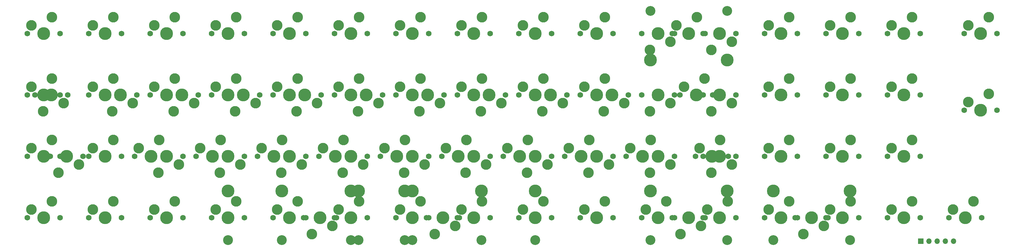
<source format=gts>
G04 #@! TF.GenerationSoftware,KiCad,Pcbnew,8.0.3-1.fc39*
G04 #@! TF.CreationDate,2024-06-26T19:17:31-04:00*
G04 #@! TF.ProjectId,Q9-Chimera,51392d43-6869-46d6-9572-612e6b696361,rev?*
G04 #@! TF.SameCoordinates,Original*
G04 #@! TF.FileFunction,Soldermask,Top*
G04 #@! TF.FilePolarity,Negative*
%FSLAX46Y46*%
G04 Gerber Fmt 4.6, Leading zero omitted, Abs format (unit mm)*
G04 Created by KiCad (PCBNEW 8.0.3-1.fc39) date 2024-06-26 19:17:31*
%MOMM*%
%LPD*%
G01*
G04 APERTURE LIST*
%ADD10C,3.048000*%
%ADD11C,3.987800*%
%ADD12C,1.750000*%
%ADD13C,3.300000*%
%ADD14R,1.700000X1.700000*%
%ADD15O,1.700000X1.700000*%
G04 APERTURE END LIST*
D10*
G04 #@! TO.C,S2*
X161131250Y-89535000D03*
D11*
X161131250Y-74295000D03*
D10*
X137318750Y-89535000D03*
D11*
X137318750Y-74295000D03*
G04 #@! TD*
D10*
G04 #@! TO.C,S5*
X120650000Y-89535000D03*
D11*
X120650000Y-74295000D03*
D10*
X82550000Y-89535000D03*
D11*
X82550000Y-74295000D03*
G04 #@! TD*
D10*
G04 #@! TO.C,S3*
X237331250Y-89535000D03*
D11*
X237331250Y-74295000D03*
D10*
X213518750Y-89535000D03*
D11*
X213518750Y-74295000D03*
G04 #@! TD*
G04 #@! TO.C,S7*
X213518573Y-33654992D03*
D10*
X213518574Y-18414992D03*
X237331074Y-18414992D03*
D11*
X237331075Y-33654992D03*
G04 #@! TD*
D10*
G04 #@! TO.C,S4*
X275431042Y-89535000D03*
D11*
X275431042Y-74295000D03*
D10*
X251618542Y-89535000D03*
D11*
X251618542Y-74295000D03*
G04 #@! TD*
D10*
G04 #@! TO.C,S6*
X177800000Y-89535000D03*
D11*
X177800000Y-74295000D03*
D10*
X139700000Y-89535000D03*
D11*
X139700000Y-74295000D03*
G04 #@! TD*
D10*
G04 #@! TO.C,S1*
X123031250Y-89535000D03*
D11*
X123031250Y-74295000D03*
D10*
X99218750Y-89535000D03*
D11*
X99218750Y-74295000D03*
G04 #@! TD*
D12*
G04 #@! TO.C,MX9*
X182880000Y-25400000D03*
D11*
X177800000Y-25400000D03*
D12*
X172720000Y-25400000D03*
D13*
X173990000Y-22860000D03*
X180340000Y-20320000D03*
G04 #@! TD*
D12*
G04 #@! TO.C,MX20*
X87630000Y-44450000D03*
D11*
X82550000Y-44450000D03*
D12*
X77470000Y-44450000D03*
D13*
X78740000Y-41910000D03*
X85090000Y-39370000D03*
G04 #@! TD*
D12*
G04 #@! TO.C,MX90*
X237648568Y-63500000D03*
D11*
X232568568Y-63500000D03*
D12*
X227488568Y-63500000D03*
D13*
X228758568Y-60960000D03*
X235108568Y-58420000D03*
G04 #@! TD*
D12*
G04 #@! TO.C,MX49*
X49529999Y-82550000D03*
D11*
X44450000Y-82550000D03*
D12*
X39370001Y-82550000D03*
D13*
X40640000Y-80010000D03*
X46990000Y-77470000D03*
G04 #@! TD*
D12*
G04 #@! TO.C,MX36*
X77470001Y-63500000D03*
D11*
X82550000Y-63500000D03*
D12*
X87629999Y-63500000D03*
D13*
X80010000Y-68580000D03*
X86360000Y-66040000D03*
G04 #@! TD*
D12*
G04 #@! TO.C,MX16*
X320992500Y-25400000D03*
D11*
X315912500Y-25400000D03*
D12*
X310832500Y-25400000D03*
D13*
X312102500Y-22860000D03*
X318452500Y-20320000D03*
G04 #@! TD*
D12*
G04 #@! TO.C,MX5*
X106680000Y-25400000D03*
D11*
X101600000Y-25400000D03*
D12*
X96520000Y-25400000D03*
D13*
X97790000Y-22860000D03*
X104140000Y-20320000D03*
G04 #@! TD*
D12*
G04 #@! TO.C,MX37*
X96520001Y-63500000D03*
D11*
X101600000Y-63500000D03*
D12*
X106679999Y-63500000D03*
D13*
X99060000Y-68580000D03*
X105410000Y-66040000D03*
G04 #@! TD*
D12*
G04 #@! TO.C,MX82*
X82867448Y-63500000D03*
D11*
X77787448Y-63500000D03*
D12*
X72707448Y-63500000D03*
D13*
X73977448Y-60960000D03*
X80327448Y-58420000D03*
G04 #@! TD*
D12*
G04 #@! TO.C,MX44*
X229870001Y-63500000D03*
D11*
X234950000Y-63500000D03*
D12*
X240029999Y-63500000D03*
D13*
X232410000Y-68580000D03*
X238760000Y-66040000D03*
G04 #@! TD*
D12*
G04 #@! TO.C,MX30*
X278130000Y-44450000D03*
D11*
X273050000Y-44450000D03*
D12*
X267970000Y-44450000D03*
D13*
X269240000Y-41910000D03*
X275590000Y-39370000D03*
G04 #@! TD*
D12*
G04 #@! TO.C,MX52*
X106680000Y-82550000D03*
D11*
X101600000Y-82550000D03*
D12*
X96520000Y-82550000D03*
D13*
X97790000Y-80010000D03*
X104140000Y-77470000D03*
G04 #@! TD*
D12*
G04 #@! TO.C,MX50*
X68579999Y-82550000D03*
D11*
X63500000Y-82550000D03*
D12*
X58420001Y-82550000D03*
D13*
X59690000Y-80010000D03*
X66040000Y-77470000D03*
G04 #@! TD*
D12*
G04 #@! TO.C,MX83*
X101917432Y-63500000D03*
D11*
X96837432Y-63500000D03*
D12*
X91757432Y-63500000D03*
D13*
X93027432Y-60960000D03*
X99377432Y-58420000D03*
G04 #@! TD*
D12*
G04 #@! TO.C,MX74*
X120332409Y-44450000D03*
D11*
X125412408Y-44450000D03*
D12*
X130492407Y-44450000D03*
D13*
X122872408Y-49530000D03*
X129222408Y-46990000D03*
G04 #@! TD*
D12*
G04 #@! TO.C,MX47*
X297180000Y-63500000D03*
D11*
X292100000Y-63500000D03*
D12*
X287020000Y-63500000D03*
D13*
X288290000Y-60960000D03*
X294640000Y-58420000D03*
G04 #@! TD*
D12*
G04 #@! TO.C,MX73*
X101282425Y-44450000D03*
D11*
X106362424Y-44450000D03*
D12*
X111442423Y-44450000D03*
D13*
X103822424Y-49530000D03*
X110172424Y-46990000D03*
G04 #@! TD*
D12*
G04 #@! TO.C,MX1*
X30480000Y-25400000D03*
D11*
X25400000Y-25400000D03*
D12*
X20320000Y-25400000D03*
D13*
X21590000Y-22860000D03*
X27940000Y-20320000D03*
G04 #@! TD*
D12*
G04 #@! TO.C,MX65*
X316230000Y-82550000D03*
D11*
X311150000Y-82550000D03*
D12*
X306070000Y-82550000D03*
D13*
X307340000Y-80010000D03*
X313690000Y-77470000D03*
G04 #@! TD*
D12*
G04 #@! TO.C,MX84*
X120967416Y-63500000D03*
D11*
X115887416Y-63500000D03*
D12*
X110807416Y-63500000D03*
D13*
X112077416Y-60960000D03*
X118427416Y-58420000D03*
G04 #@! TD*
D12*
G04 #@! TO.C,MX28*
X229870001Y-44450000D03*
D11*
X234950000Y-44450000D03*
D12*
X240029999Y-44450000D03*
D13*
X238760000Y-46990000D03*
X232410000Y-49530000D03*
G04 #@! TD*
D12*
G04 #@! TO.C,MX67*
X258444792Y-82550000D03*
D11*
X263524792Y-82550000D03*
D12*
X268604792Y-82550000D03*
D13*
X267334792Y-85090000D03*
X260984792Y-87630000D03*
G04 #@! TD*
D12*
G04 #@! TO.C,MX71*
X63182457Y-44450000D03*
D11*
X68262456Y-44450000D03*
D12*
X73342455Y-44450000D03*
D13*
X65722456Y-49530000D03*
X72072456Y-46990000D03*
G04 #@! TD*
D12*
G04 #@! TO.C,MX80*
X27463737Y-63500000D03*
D11*
X32543736Y-63500000D03*
D12*
X37623735Y-63500000D03*
D13*
X30003736Y-68580000D03*
X36353736Y-66040000D03*
G04 #@! TD*
D12*
G04 #@! TO.C,MX19*
X68580000Y-44450000D03*
D11*
X63500000Y-44450000D03*
D12*
X58420000Y-44450000D03*
D13*
X59690000Y-41910000D03*
X66040000Y-39370000D03*
G04 #@! TD*
D12*
G04 #@! TO.C,MX51*
X87629999Y-82550000D03*
D11*
X82550000Y-82550000D03*
D12*
X77470001Y-82550000D03*
D13*
X78740000Y-80010000D03*
X85090000Y-77470000D03*
G04 #@! TD*
D12*
G04 #@! TO.C,MX69*
X22701241Y-44450000D03*
D11*
X27781240Y-44450000D03*
D12*
X32861239Y-44450000D03*
D13*
X25241240Y-49530000D03*
X31591240Y-46990000D03*
G04 #@! TD*
D12*
G04 #@! TO.C,MX35*
X58420001Y-63500000D03*
D11*
X63500000Y-63500000D03*
D12*
X68579999Y-63500000D03*
D13*
X60960000Y-68580000D03*
X67310000Y-66040000D03*
G04 #@! TD*
D12*
G04 #@! TO.C,MX31*
X297180000Y-44450000D03*
D11*
X292100000Y-44450000D03*
D12*
X287020000Y-44450000D03*
D13*
X288290000Y-41910000D03*
X294640000Y-39370000D03*
G04 #@! TD*
D12*
G04 #@! TO.C,MX10*
X201930000Y-25400000D03*
D11*
X196850000Y-25400000D03*
D12*
X191770000Y-25400000D03*
D13*
X193040000Y-22860000D03*
X199390000Y-20320000D03*
G04 #@! TD*
D12*
G04 #@! TO.C,MX12*
X229870001Y-25400000D03*
D11*
X234950000Y-25400000D03*
D12*
X240029999Y-25400000D03*
D13*
X238760000Y-27940000D03*
X232410000Y-30480000D03*
G04 #@! TD*
D12*
G04 #@! TO.C,MX77*
X177482361Y-44450000D03*
D11*
X182562360Y-44450000D03*
D12*
X187642359Y-44450000D03*
D13*
X180022360Y-49530000D03*
X186372360Y-46990000D03*
G04 #@! TD*
D12*
G04 #@! TO.C,MX23*
X144780000Y-44450000D03*
D11*
X139700000Y-44450000D03*
D12*
X134620000Y-44450000D03*
D13*
X135890000Y-41910000D03*
X142240000Y-39370000D03*
G04 #@! TD*
D12*
G04 #@! TO.C,MX17*
X30480000Y-44450000D03*
D11*
X25400000Y-44450000D03*
D12*
X20320000Y-44450000D03*
D13*
X21590000Y-41910000D03*
X27940000Y-39370000D03*
G04 #@! TD*
D12*
G04 #@! TO.C,MX24*
X163830000Y-44450000D03*
D11*
X158750000Y-44450000D03*
D12*
X153670000Y-44450000D03*
D13*
X154940000Y-41910000D03*
X161290000Y-39370000D03*
G04 #@! TD*
D12*
G04 #@! TO.C,MX75*
X139382393Y-44450000D03*
D11*
X144462392Y-44450000D03*
D12*
X149542391Y-44450000D03*
D13*
X141922392Y-49530000D03*
X148272392Y-46990000D03*
G04 #@! TD*
D12*
G04 #@! TO.C,MX81*
X63817463Y-63500000D03*
D11*
X58737464Y-63500000D03*
D12*
X53657465Y-63500000D03*
D13*
X54927464Y-60960000D03*
X61277464Y-58420000D03*
G04 #@! TD*
D12*
G04 #@! TO.C,MX85*
X140017400Y-63500000D03*
D11*
X134937400Y-63500000D03*
D12*
X129857400Y-63500000D03*
D13*
X131127400Y-60960000D03*
X137477400Y-58420000D03*
G04 #@! TD*
D12*
G04 #@! TO.C,MX27*
X210820001Y-44450000D03*
D11*
X215900000Y-44450000D03*
D12*
X220979999Y-44450000D03*
D13*
X213360000Y-49530000D03*
X219710000Y-46990000D03*
G04 #@! TD*
D12*
G04 #@! TO.C,MX26*
X201930000Y-44450000D03*
D11*
X196850000Y-44450000D03*
D12*
X191770000Y-44450000D03*
D13*
X193040000Y-41910000D03*
X199390000Y-39370000D03*
G04 #@! TD*
D12*
G04 #@! TO.C,MX13*
X259080000Y-25400000D03*
D11*
X254000000Y-25400000D03*
D12*
X248920000Y-25400000D03*
D13*
X250190000Y-22860000D03*
X256540000Y-20320000D03*
G04 #@! TD*
D12*
G04 #@! TO.C,MX53*
X106045000Y-82550000D03*
D11*
X111125000Y-82550000D03*
D12*
X116205000Y-82550000D03*
D13*
X114935000Y-85090000D03*
X108585000Y-87630000D03*
G04 #@! TD*
D12*
G04 #@! TO.C,MX62*
X259080000Y-82550000D03*
D11*
X254000000Y-82550000D03*
D12*
X248920000Y-82550000D03*
D13*
X250190000Y-80010000D03*
X256540000Y-77470000D03*
G04 #@! TD*
D12*
G04 #@! TO.C,MX78*
X196532345Y-44450000D03*
D11*
X201612344Y-44450000D03*
D12*
X206692343Y-44450000D03*
D13*
X199072344Y-49530000D03*
X205422344Y-46990000D03*
G04 #@! TD*
D12*
G04 #@! TO.C,MX4*
X87630000Y-25400000D03*
D11*
X82550000Y-25400000D03*
D12*
X77470000Y-25400000D03*
D13*
X78740000Y-22860000D03*
X85090000Y-20320000D03*
G04 #@! TD*
D12*
G04 #@! TO.C,MX61*
X240030000Y-82550000D03*
D11*
X234950000Y-82550000D03*
D12*
X229870000Y-82550000D03*
D13*
X231140000Y-80010000D03*
X237490000Y-77470000D03*
G04 #@! TD*
D12*
G04 #@! TO.C,MX41*
X172720001Y-63500000D03*
D11*
X177800000Y-63500000D03*
D12*
X182879999Y-63500000D03*
D13*
X175260000Y-68580000D03*
X181610000Y-66040000D03*
G04 #@! TD*
D12*
G04 #@! TO.C,MX15*
X297180000Y-25400000D03*
D11*
X292100000Y-25400000D03*
D12*
X287020000Y-25400000D03*
D13*
X288290000Y-22860000D03*
X294640000Y-20320000D03*
G04 #@! TD*
D12*
G04 #@! TO.C,MX57*
X182880000Y-82550000D03*
D11*
X177800000Y-82550000D03*
D12*
X172720000Y-82550000D03*
D13*
X173990000Y-80010000D03*
X180340000Y-77470000D03*
G04 #@! TD*
D12*
G04 #@! TO.C,MX39*
X134620001Y-63500000D03*
D11*
X139700000Y-63500000D03*
D12*
X144779999Y-63500000D03*
D13*
X137160000Y-68580000D03*
X143510000Y-66040000D03*
G04 #@! TD*
D12*
G04 #@! TO.C,MX68*
X230504823Y-25399992D03*
D11*
X225424824Y-25399992D03*
D12*
X220344825Y-25399992D03*
D13*
X221614824Y-22859992D03*
X227964824Y-20319992D03*
G04 #@! TD*
D12*
G04 #@! TO.C,MX66*
X144145000Y-82550000D03*
D11*
X149225000Y-82550000D03*
D12*
X154305000Y-82550000D03*
D13*
X153035000Y-85090000D03*
X146685000Y-87630000D03*
G04 #@! TD*
D12*
G04 #@! TO.C,MX14*
X278130000Y-25400000D03*
D11*
X273050000Y-25400000D03*
D12*
X267970000Y-25400000D03*
D13*
X269240000Y-22860000D03*
X275590000Y-20320000D03*
G04 #@! TD*
D12*
G04 #@! TO.C,MX88*
X197167352Y-63500000D03*
D11*
X192087352Y-63500000D03*
D12*
X187007352Y-63500000D03*
D13*
X188277352Y-60960000D03*
X194627352Y-58420000D03*
G04 #@! TD*
D12*
G04 #@! TO.C,MX40*
X153670001Y-63500000D03*
D11*
X158750000Y-63500000D03*
D12*
X163829999Y-63500000D03*
D13*
X156210000Y-68580000D03*
X162560000Y-66040000D03*
G04 #@! TD*
D12*
G04 #@! TO.C,MX11*
X210820001Y-25400000D03*
D11*
X215900000Y-25400000D03*
D12*
X220979999Y-25400000D03*
D13*
X219710000Y-27940000D03*
X213360000Y-30480000D03*
G04 #@! TD*
D12*
G04 #@! TO.C,MX89*
X216217336Y-63500000D03*
D11*
X211137336Y-63500000D03*
D12*
X206057336Y-63500000D03*
D13*
X207327336Y-60960000D03*
X213677336Y-58420000D03*
G04 #@! TD*
D12*
G04 #@! TO.C,MX48*
X30479999Y-82550000D03*
D11*
X25400000Y-82550000D03*
D12*
X20320001Y-82550000D03*
D13*
X21590000Y-80010000D03*
X27940000Y-77470000D03*
G04 #@! TD*
D12*
G04 #@! TO.C,MX54*
X125730000Y-82550000D03*
D11*
X120650000Y-82550000D03*
D12*
X115570000Y-82550000D03*
D13*
X116840000Y-80010000D03*
X123190000Y-77470000D03*
G04 #@! TD*
D12*
G04 #@! TO.C,MX70*
X44132473Y-44450000D03*
D11*
X49212472Y-44450000D03*
D12*
X54292471Y-44450000D03*
D13*
X46672472Y-49530000D03*
X53022472Y-46990000D03*
G04 #@! TD*
D12*
G04 #@! TO.C,MX21*
X106680000Y-44450000D03*
D11*
X101600000Y-44450000D03*
D12*
X96520000Y-44450000D03*
D13*
X97790000Y-41910000D03*
X104140000Y-39370000D03*
G04 #@! TD*
D12*
G04 #@! TO.C,MX59*
X220980000Y-82550000D03*
D11*
X215900000Y-82550000D03*
D12*
X210820000Y-82550000D03*
D13*
X212090000Y-80010000D03*
X218440000Y-77470000D03*
G04 #@! TD*
D12*
G04 #@! TO.C,MX25*
X182880000Y-44450000D03*
D11*
X177800000Y-44450000D03*
D12*
X172720000Y-44450000D03*
D13*
X173990000Y-41910000D03*
X180340000Y-39370000D03*
G04 #@! TD*
D12*
G04 #@! TO.C,MX32*
X320992500Y-49212500D03*
D11*
X315912500Y-49212500D03*
D12*
X310832500Y-49212500D03*
D13*
X312102500Y-46672500D03*
X318452500Y-44132500D03*
G04 #@! TD*
D12*
G04 #@! TO.C,MX43*
X210820001Y-63500000D03*
D11*
X215900000Y-63500000D03*
D12*
X220979999Y-63500000D03*
D13*
X213360000Y-68580000D03*
X219710000Y-66040000D03*
G04 #@! TD*
D12*
G04 #@! TO.C,MX86*
X159067384Y-63500000D03*
D11*
X153987384Y-63500000D03*
D12*
X148907384Y-63500000D03*
D13*
X150177384Y-60960000D03*
X156527384Y-58420000D03*
G04 #@! TD*
D12*
G04 #@! TO.C,MX22*
X125730000Y-44450000D03*
D11*
X120650000Y-44450000D03*
D12*
X115570000Y-44450000D03*
D13*
X116840000Y-41910000D03*
X123190000Y-39370000D03*
G04 #@! TD*
D12*
G04 #@! TO.C,MX46*
X278129999Y-63500000D03*
D11*
X273050000Y-63500000D03*
D12*
X267970001Y-63500000D03*
D13*
X269240000Y-60960000D03*
X275590000Y-58420000D03*
G04 #@! TD*
D12*
G04 #@! TO.C,MX56*
X163830000Y-82550000D03*
D11*
X158750000Y-82550000D03*
D12*
X153670000Y-82550000D03*
D13*
X154940000Y-80010000D03*
X161290000Y-77470000D03*
G04 #@! TD*
D12*
G04 #@! TO.C,MX72*
X82232441Y-44450000D03*
D11*
X87312440Y-44450000D03*
D12*
X92392439Y-44450000D03*
D13*
X84772440Y-49530000D03*
X91122440Y-46990000D03*
G04 #@! TD*
D12*
G04 #@! TO.C,MX29*
X259080000Y-44450000D03*
D11*
X254000000Y-44450000D03*
D12*
X248920000Y-44450000D03*
D13*
X250190000Y-41910000D03*
X256540000Y-39370000D03*
G04 #@! TD*
D12*
G04 #@! TO.C,MX42*
X191770001Y-63500000D03*
D11*
X196850000Y-63500000D03*
D12*
X201929999Y-63500000D03*
D13*
X194310000Y-68580000D03*
X200660000Y-66040000D03*
G04 #@! TD*
D12*
G04 #@! TO.C,MX33*
X30480000Y-63500000D03*
D11*
X25400000Y-63500000D03*
D12*
X20320000Y-63500000D03*
D13*
X21590000Y-60960000D03*
X27940000Y-58420000D03*
G04 #@! TD*
D12*
G04 #@! TO.C,MX34*
X49530000Y-63500000D03*
D11*
X44450000Y-63500000D03*
D12*
X39370000Y-63500000D03*
D13*
X40640000Y-60960000D03*
X46990000Y-58420000D03*
G04 #@! TD*
D12*
G04 #@! TO.C,MX87*
X178117368Y-63500000D03*
D11*
X173037368Y-63500000D03*
D12*
X167957368Y-63500000D03*
D13*
X169227368Y-60960000D03*
X175577368Y-58420000D03*
G04 #@! TD*
D14*
G04 #@! TO.C,J3*
X297404280Y-89892112D03*
D15*
X299944280Y-89892112D03*
X302484280Y-89892112D03*
X305024280Y-89892112D03*
X307564280Y-89892112D03*
G04 #@! TD*
D12*
G04 #@! TO.C,MX45*
X259079999Y-63500000D03*
D11*
X254000000Y-63500000D03*
D12*
X248920001Y-63500000D03*
D13*
X250190000Y-60960000D03*
X256540000Y-58420000D03*
G04 #@! TD*
D12*
G04 #@! TO.C,MX64*
X297180000Y-82550000D03*
D11*
X292100000Y-82550000D03*
D12*
X287020000Y-82550000D03*
D13*
X288290000Y-80010000D03*
X294640000Y-77470000D03*
G04 #@! TD*
D12*
G04 #@! TO.C,MX18*
X49530000Y-44450000D03*
D11*
X44450000Y-44450000D03*
D12*
X39370000Y-44450000D03*
D13*
X40640000Y-41910000D03*
X46990000Y-39370000D03*
G04 #@! TD*
D12*
G04 #@! TO.C,MX63*
X278130000Y-82550000D03*
D11*
X273050000Y-82550000D03*
D12*
X267970000Y-82550000D03*
D13*
X269240000Y-80010000D03*
X275590000Y-77470000D03*
G04 #@! TD*
D12*
G04 #@! TO.C,MX60*
X220345000Y-82550000D03*
D11*
X225425000Y-82550000D03*
D12*
X230505000Y-82550000D03*
D13*
X229235000Y-85090000D03*
X222885000Y-87630000D03*
G04 #@! TD*
D12*
G04 #@! TO.C,MX76*
X158432377Y-44450000D03*
D11*
X163512376Y-44450000D03*
D12*
X168592375Y-44450000D03*
D13*
X160972376Y-49530000D03*
X167322376Y-46990000D03*
G04 #@! TD*
D12*
G04 #@! TO.C,MX2*
X49530000Y-25400000D03*
D11*
X44450000Y-25400000D03*
D12*
X39370000Y-25400000D03*
D13*
X40640000Y-22860000D03*
X46990000Y-20320000D03*
G04 #@! TD*
D12*
G04 #@! TO.C,MX58*
X201930000Y-82550000D03*
D11*
X196850000Y-82550000D03*
D12*
X191770000Y-82550000D03*
D13*
X193040000Y-80010000D03*
X199390000Y-77470000D03*
G04 #@! TD*
D12*
G04 #@! TO.C,MX6*
X125730000Y-25400000D03*
D11*
X120650000Y-25400000D03*
D12*
X115570000Y-25400000D03*
D13*
X116840000Y-22860000D03*
X123190000Y-20320000D03*
G04 #@! TD*
D12*
G04 #@! TO.C,MX8*
X163830000Y-25400000D03*
D11*
X158750000Y-25400000D03*
D12*
X153670000Y-25400000D03*
D13*
X154940000Y-22860000D03*
X161290000Y-20320000D03*
G04 #@! TD*
D12*
G04 #@! TO.C,MX38*
X115570001Y-63500000D03*
D11*
X120650000Y-63500000D03*
D12*
X125729999Y-63500000D03*
D13*
X118110000Y-68580000D03*
X124460000Y-66040000D03*
G04 #@! TD*
D12*
G04 #@! TO.C,MX79*
X232886071Y-44450000D03*
D11*
X227806072Y-44450000D03*
D12*
X222726073Y-44450000D03*
D13*
X230346072Y-39370000D03*
X223996072Y-41910000D03*
G04 #@! TD*
D12*
G04 #@! TO.C,MX7*
X144780000Y-25400000D03*
D11*
X139700000Y-25400000D03*
D12*
X134620000Y-25400000D03*
D13*
X135890000Y-22860000D03*
X142240000Y-20320000D03*
G04 #@! TD*
D12*
G04 #@! TO.C,MX3*
X68580000Y-25400000D03*
D11*
X63500000Y-25400000D03*
D12*
X58420000Y-25400000D03*
D13*
X59690000Y-22860000D03*
X66040000Y-20320000D03*
G04 #@! TD*
D12*
G04 #@! TO.C,MX55*
X144780000Y-82550000D03*
D11*
X139700000Y-82550000D03*
D12*
X134620000Y-82550000D03*
D13*
X135890000Y-80010000D03*
X142240000Y-77470000D03*
G04 #@! TD*
M02*

</source>
